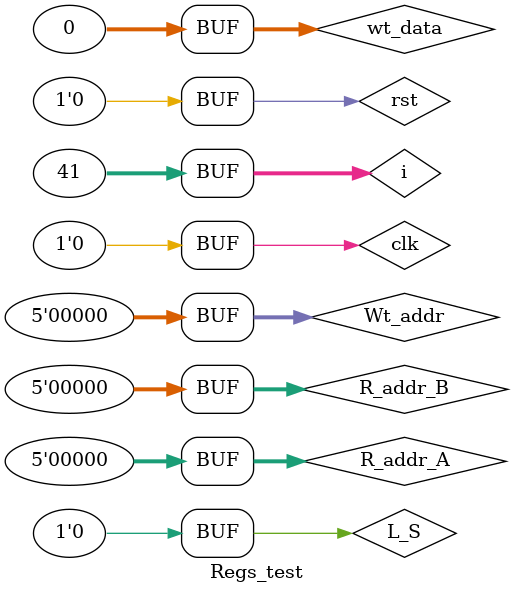
<source format=v>
`timescale 1ns / 1ps


module Regs_test;

	// Inputs
	reg clk;
	reg rst;
	reg L_S;
	reg [4:0] R_addr_A;
	reg [4:0] R_addr_B;
	reg [4:0] Wt_addr;
	reg [31:0] wt_data;

	// Outputs
	wire [31:0] rdata_A;
	wire [31:0] rdata_B;

	// Instantiate the Unit Under Test (UUT)
	Regs uut (
		.clk(clk), 
		.rst(rst), 
		.L_S(L_S), 
		.R_addr_A(R_addr_A), 
		.R_addr_B(R_addr_B), 
		.Wt_addr(Wt_addr), 
		.wt_data(wt_data), 
		.rdata_A(rdata_A), 
		.rdata_B(rdata_B)
	);
integer i;
	initial begin
		// Initialize Inputs
		clk = 0;
		rst = 0;
		L_S = 0;
		R_addr_A = 0;
		R_addr_B = 0;
		Wt_addr = 0;
		wt_data = 0;

		// Wait 100 ns for global reset to finish
		#100;
      rst=1;
		#40;
		rst=0;
		
		
		
		for(i=1;i<=40;i=i+1) begin
			clk=~clk;
			#10;
		end
		// Add stimulus here

	end
      
endmodule


</source>
